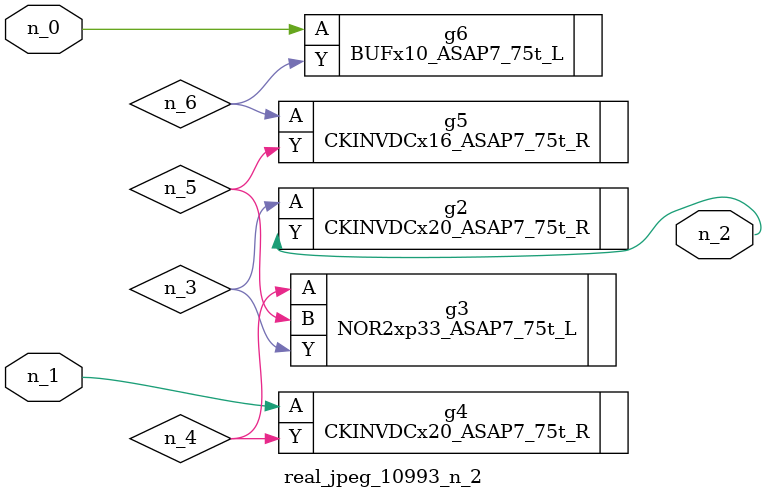
<source format=v>
module real_jpeg_10993_n_2 (n_1, n_0, n_2);

input n_1;
input n_0;

output n_2;

wire n_5;
wire n_4;
wire n_6;
wire n_3;

BUFx10_ASAP7_75t_L g6 ( 
.A(n_0),
.Y(n_6)
);

CKINVDCx20_ASAP7_75t_R g4 ( 
.A(n_1),
.Y(n_4)
);

CKINVDCx20_ASAP7_75t_R g2 ( 
.A(n_3),
.Y(n_2)
);

NOR2xp33_ASAP7_75t_L g3 ( 
.A(n_4),
.B(n_5),
.Y(n_3)
);

CKINVDCx16_ASAP7_75t_R g5 ( 
.A(n_6),
.Y(n_5)
);


endmodule
</source>
